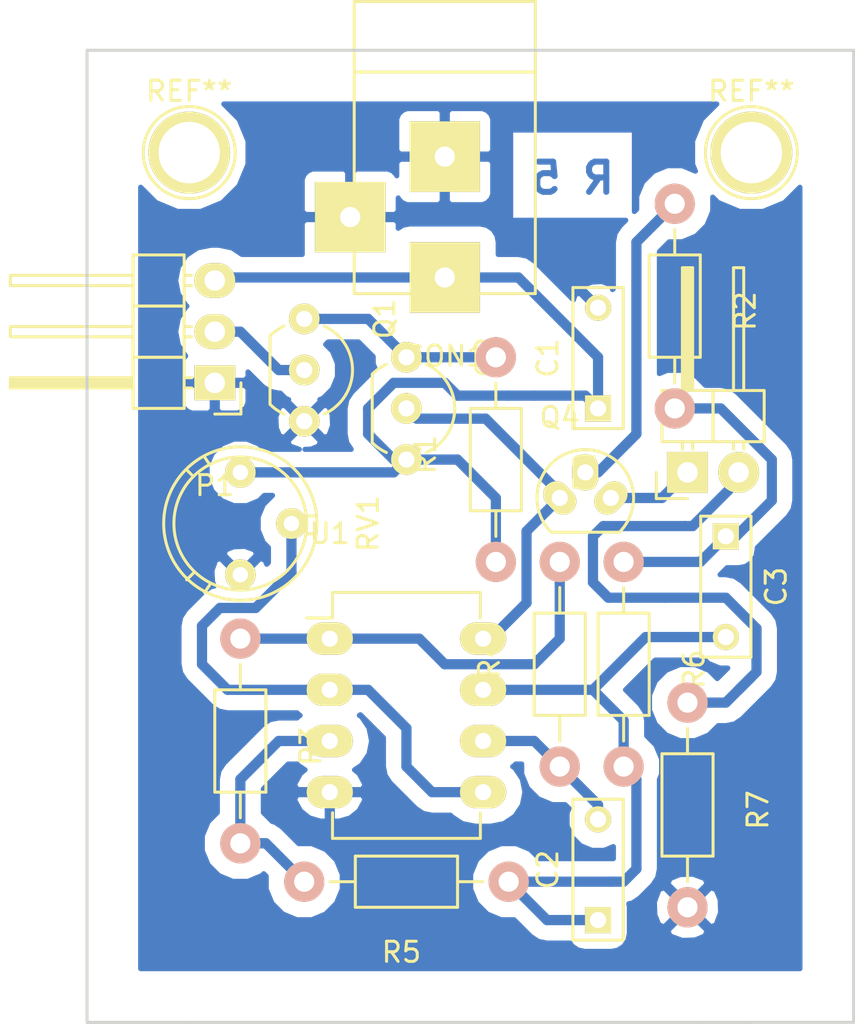
<source format=kicad_pcb>
(kicad_pcb (version 4) (host pcbnew "(2015-09-10 BZR 6180)-product")

  (general
    (links 34)
    (no_connects 0)
    (area -4.525001 -53.495621 38.175001 -2.464999)
    (thickness 1.6)
    (drawings 8)
    (tracks 110)
    (zones 0)
    (modules 20)
    (nets 15)
  )

  (page A4)
  (layers
    (0 F.Cu signal)
    (31 B.Cu signal)
    (32 B.Adhes user)
    (33 F.Adhes user)
    (34 B.Paste user)
    (35 F.Paste user)
    (36 B.SilkS user)
    (37 F.SilkS user)
    (38 B.Mask user)
    (39 F.Mask user)
    (40 Dwgs.User user)
    (41 Cmts.User user)
    (42 Eco1.User user)
    (43 Eco2.User user)
    (44 Edge.Cuts user)
    (45 Margin user)
    (46 B.CrtYd user)
    (47 F.CrtYd user)
    (48 B.Fab user)
    (49 F.Fab user)
  )

  (setup
    (last_trace_width 0.25)
    (user_trace_width 0.254)
    (user_trace_width 0.381)
    (user_trace_width 0.508)
    (trace_clearance 0.2)
    (zone_clearance 0.762)
    (zone_45_only yes)
    (trace_min 0.2)
    (segment_width 0.2)
    (edge_width 0.15)
    (via_size 0.6)
    (via_drill 0.4)
    (via_min_size 0.4)
    (via_min_drill 0.3)
    (uvia_size 0.3)
    (uvia_drill 0.1)
    (uvias_allowed no)
    (uvia_min_size 0)
    (uvia_min_drill 0)
    (pcb_text_width 0.3)
    (pcb_text_size 1.5 1.5)
    (mod_edge_width 0.15)
    (mod_text_size 1 1)
    (mod_text_width 0.15)
    (pad_size 3.50012 3.50012)
    (pad_drill 1.00076)
    (pad_to_mask_clearance 0.2)
    (aux_axis_origin 0 0)
    (visible_elements FFFFFF7F)
    (pcbplotparams
      (layerselection 0x01000_80000000)
      (usegerberextensions false)
      (excludeedgelayer true)
      (linewidth 0.100000)
      (plotframeref false)
      (viasonmask false)
      (mode 1)
      (useauxorigin false)
      (hpglpennumber 1)
      (hpglpenspeed 20)
      (hpglpendiameter 15)
      (hpglpenoverlay 2)
      (psnegative false)
      (psa4output false)
      (plotreference true)
      (plotvalue true)
      (plotinvisibletext false)
      (padsonsilk false)
      (subtractmaskfromsilk false)
      (outputformat 1)
      (mirror false)
      (drillshape 0)
      (scaleselection 1)
      (outputdirectory ""))
  )

  (net 0 "")
  (net 1 +5V)
  (net 2 GND)
  (net 3 "Net-(C2-Pad2)")
  (net 4 "Net-(C2-Pad1)")
  (net 5 "Net-(P1-Pad2)")
  (net 6 "Net-(P2-Pad1)")
  (net 7 "Net-(P2-Pad2)")
  (net 8 "Net-(Q1-Pad1)")
  (net 9 "Net-(Q2-Pad2)")
  (net 10 "Net-(R3-Pad1)")
  (net 11 "Net-(R3-Pad2)")
  (net 12 "Net-(RV1-Pad2)")
  (net 13 "Net-(Q4-Pad2)")
  (net 14 "Net-(C3-Pad1)")

  (net_class Default "This is the default net class."
    (clearance 0.2)
    (trace_width 0.25)
    (via_dia 0.6)
    (via_drill 0.4)
    (uvia_dia 0.3)
    (uvia_drill 0.1)
    (add_net +5V)
    (add_net GND)
    (add_net "Net-(C2-Pad1)")
    (add_net "Net-(C2-Pad2)")
    (add_net "Net-(C3-Pad1)")
    (add_net "Net-(P1-Pad2)")
    (add_net "Net-(P2-Pad1)")
    (add_net "Net-(P2-Pad2)")
    (add_net "Net-(Q1-Pad1)")
    (add_net "Net-(Q2-Pad2)")
    (add_net "Net-(Q4-Pad2)")
    (add_net "Net-(R3-Pad1)")
    (add_net "Net-(R3-Pad2)")
    (add_net "Net-(RV1-Pad2)")
  )

  (module Capacitors_ThroughHole:C_Rect_L7_W2.5_P5 (layer F.Cu) (tedit 0) (tstamp 5643AC04)
    (at 25.4 -33.02 90)
    (descr "Film Capacitor Length 7mm x Width 2.5mm, Pitch 5mm")
    (tags Capacitor)
    (path /5639866B)
    (fp_text reference C1 (at 2.5 -2.5 90) (layer F.SilkS)
      (effects (font (size 1 1) (thickness 0.15)))
    )
    (fp_text value .1u (at 2.5 2.5 90) (layer F.Fab)
      (effects (font (size 1 1) (thickness 0.15)))
    )
    (fp_line (start -1.25 -1.5) (end 6.25 -1.5) (layer F.CrtYd) (width 0.05))
    (fp_line (start 6.25 -1.5) (end 6.25 1.5) (layer F.CrtYd) (width 0.05))
    (fp_line (start 6.25 1.5) (end -1.25 1.5) (layer F.CrtYd) (width 0.05))
    (fp_line (start -1.25 1.5) (end -1.25 -1.5) (layer F.CrtYd) (width 0.05))
    (fp_line (start -1 -1.25) (end 6 -1.25) (layer F.SilkS) (width 0.15))
    (fp_line (start 6 -1.25) (end 6 1.25) (layer F.SilkS) (width 0.15))
    (fp_line (start 6 1.25) (end -1 1.25) (layer F.SilkS) (width 0.15))
    (fp_line (start -1 1.25) (end -1 -1.25) (layer F.SilkS) (width 0.15))
    (pad 1 thru_hole rect (at 0 0 90) (size 1.3 1.3) (drill 0.8) (layers *.Cu *.Mask F.SilkS)
      (net 1 +5V))
    (pad 2 thru_hole circle (at 5 0 90) (size 1.3 1.3) (drill 0.8) (layers *.Cu *.Mask F.SilkS)
      (net 2 GND))
  )

  (module Connect:BARREL_JACK (layer F.Cu) (tedit 5647E145) (tstamp 5643AC17)
    (at 17.78 -45.72 270)
    (descr "DC Barrel Jack")
    (tags "Power Jack")
    (path /563AAE1B)
    (fp_text reference CON1 (at 10.09904 0 360) (layer F.SilkS)
      (effects (font (size 1 1) (thickness 0.15)))
    )
    (fp_text value BARREL_JACK (at 0 -5.99948 270) (layer F.Fab)
      (effects (font (size 1 1) (thickness 0.15)))
    )
    (fp_line (start -4.0005 -4.50088) (end -4.0005 4.50088) (layer F.SilkS) (width 0.15))
    (fp_line (start -7.50062 -4.50088) (end -7.50062 4.50088) (layer F.SilkS) (width 0.15))
    (fp_line (start -7.50062 4.50088) (end 7.00024 4.50088) (layer F.SilkS) (width 0.15))
    (fp_line (start 7.00024 4.50088) (end 7.00024 -4.50088) (layer F.SilkS) (width 0.15))
    (fp_line (start 7.00024 -4.50088) (end -7.50062 -4.50088) (layer F.SilkS) (width 0.15))
    (pad 1 thru_hole rect (at 6.20014 0 270) (size 3.50012 3.50012) (drill 1.00076) (layers *.Cu *.Mask F.SilkS)
      (net 1 +5V))
    (pad 2 thru_hole rect (at 0.20066 0 270) (size 3.50012 3.50012) (drill 1.00076) (layers *.Cu *.Mask F.SilkS)
      (net 2 GND))
    (pad 3 thru_hole rect (at 3.2004 4.699 270) (size 3.50012 3.50012) (drill oval 1.00076) (layers *.Cu *.Mask F.SilkS)
      (net 2 GND))
  )

  (module Pin_Headers:Pin_Header_Angled_1x03 (layer F.Cu) (tedit 0) (tstamp 5643AC24)
    (at 6.35 -34.29 180)
    (descr "Through hole pin header")
    (tags "pin header")
    (path /563964C1)
    (fp_text reference P1 (at 0 -5.1 180) (layer F.SilkS)
      (effects (font (size 1 1) (thickness 0.15)))
    )
    (fp_text value CONN_01X03 (at 0 -3.1 180) (layer F.Fab)
      (effects (font (size 1 1) (thickness 0.15)))
    )
    (fp_line (start -1.5 -1.75) (end -1.5 6.85) (layer F.CrtYd) (width 0.05))
    (fp_line (start 10.65 -1.75) (end 10.65 6.85) (layer F.CrtYd) (width 0.05))
    (fp_line (start -1.5 -1.75) (end 10.65 -1.75) (layer F.CrtYd) (width 0.05))
    (fp_line (start -1.5 6.85) (end 10.65 6.85) (layer F.CrtYd) (width 0.05))
    (fp_line (start -1.3 -1.55) (end -1.3 0) (layer F.SilkS) (width 0.15))
    (fp_line (start 0 -1.55) (end -1.3 -1.55) (layer F.SilkS) (width 0.15))
    (fp_line (start 4.191 -0.127) (end 10.033 -0.127) (layer F.SilkS) (width 0.15))
    (fp_line (start 10.033 -0.127) (end 10.033 0.127) (layer F.SilkS) (width 0.15))
    (fp_line (start 10.033 0.127) (end 4.191 0.127) (layer F.SilkS) (width 0.15))
    (fp_line (start 4.191 0.127) (end 4.191 0) (layer F.SilkS) (width 0.15))
    (fp_line (start 4.191 0) (end 10.033 0) (layer F.SilkS) (width 0.15))
    (fp_line (start 1.524 -0.254) (end 1.143 -0.254) (layer F.SilkS) (width 0.15))
    (fp_line (start 1.524 0.254) (end 1.143 0.254) (layer F.SilkS) (width 0.15))
    (fp_line (start 1.524 2.286) (end 1.143 2.286) (layer F.SilkS) (width 0.15))
    (fp_line (start 1.524 2.794) (end 1.143 2.794) (layer F.SilkS) (width 0.15))
    (fp_line (start 1.524 4.826) (end 1.143 4.826) (layer F.SilkS) (width 0.15))
    (fp_line (start 1.524 5.334) (end 1.143 5.334) (layer F.SilkS) (width 0.15))
    (fp_line (start 4.064 1.27) (end 4.064 -1.27) (layer F.SilkS) (width 0.15))
    (fp_line (start 10.16 0.254) (end 4.064 0.254) (layer F.SilkS) (width 0.15))
    (fp_line (start 10.16 -0.254) (end 10.16 0.254) (layer F.SilkS) (width 0.15))
    (fp_line (start 4.064 -0.254) (end 10.16 -0.254) (layer F.SilkS) (width 0.15))
    (fp_line (start 1.524 1.27) (end 4.064 1.27) (layer F.SilkS) (width 0.15))
    (fp_line (start 1.524 -1.27) (end 1.524 1.27) (layer F.SilkS) (width 0.15))
    (fp_line (start 1.524 -1.27) (end 4.064 -1.27) (layer F.SilkS) (width 0.15))
    (fp_line (start 1.524 3.81) (end 4.064 3.81) (layer F.SilkS) (width 0.15))
    (fp_line (start 1.524 3.81) (end 1.524 6.35) (layer F.SilkS) (width 0.15))
    (fp_line (start 4.064 4.826) (end 10.16 4.826) (layer F.SilkS) (width 0.15))
    (fp_line (start 10.16 4.826) (end 10.16 5.334) (layer F.SilkS) (width 0.15))
    (fp_line (start 10.16 5.334) (end 4.064 5.334) (layer F.SilkS) (width 0.15))
    (fp_line (start 4.064 6.35) (end 4.064 3.81) (layer F.SilkS) (width 0.15))
    (fp_line (start 4.064 3.81) (end 4.064 1.27) (layer F.SilkS) (width 0.15))
    (fp_line (start 10.16 2.794) (end 4.064 2.794) (layer F.SilkS) (width 0.15))
    (fp_line (start 10.16 2.286) (end 10.16 2.794) (layer F.SilkS) (width 0.15))
    (fp_line (start 4.064 2.286) (end 10.16 2.286) (layer F.SilkS) (width 0.15))
    (fp_line (start 1.524 3.81) (end 4.064 3.81) (layer F.SilkS) (width 0.15))
    (fp_line (start 1.524 1.27) (end 1.524 3.81) (layer F.SilkS) (width 0.15))
    (fp_line (start 1.524 1.27) (end 4.064 1.27) (layer F.SilkS) (width 0.15))
    (fp_line (start 1.524 6.35) (end 4.064 6.35) (layer F.SilkS) (width 0.15))
    (pad 1 thru_hole rect (at 0 0 180) (size 2.032 1.7272) (drill 1.016) (layers *.Cu *.Mask F.SilkS)
      (net 2 GND))
    (pad 2 thru_hole oval (at 0 2.54 180) (size 2.032 1.7272) (drill 1.016) (layers *.Cu *.Mask F.SilkS)
      (net 5 "Net-(P1-Pad2)"))
    (pad 3 thru_hole oval (at 0 5.08 180) (size 2.032 1.7272) (drill 1.016) (layers *.Cu *.Mask F.SilkS)
      (net 1 +5V))
    (model Pin_Headers.3dshapes/Pin_Header_Angled_1x03.wrl
      (at (xyz 0 -0.1 0))
      (scale (xyz 1 1 1))
      (rotate (xyz 0 0 90))
    )
  )

  (module Pin_Headers:Pin_Header_Angled_1x02 (layer F.Cu) (tedit 0) (tstamp 5643AC2A)
    (at 29.845 -29.845 90)
    (descr "Through hole pin header")
    (tags "pin header")
    (path /56397E75)
    (fp_text reference P2 (at 0 -5.1 90) (layer F.SilkS)
      (effects (font (size 1 1) (thickness 0.15)))
    )
    (fp_text value LED (at 0 -3.1 90) (layer F.Fab)
      (effects (font (size 1 1) (thickness 0.15)))
    )
    (fp_line (start -1.5 -1.75) (end -1.5 4.3) (layer F.CrtYd) (width 0.05))
    (fp_line (start 10.65 -1.75) (end 10.65 4.3) (layer F.CrtYd) (width 0.05))
    (fp_line (start -1.5 -1.75) (end 10.65 -1.75) (layer F.CrtYd) (width 0.05))
    (fp_line (start -1.5 4.3) (end 10.65 4.3) (layer F.CrtYd) (width 0.05))
    (fp_line (start -1.3 -1.55) (end -1.3 0) (layer F.SilkS) (width 0.15))
    (fp_line (start 0 -1.55) (end -1.3 -1.55) (layer F.SilkS) (width 0.15))
    (fp_line (start 4.191 -0.127) (end 10.033 -0.127) (layer F.SilkS) (width 0.15))
    (fp_line (start 10.033 -0.127) (end 10.033 0.127) (layer F.SilkS) (width 0.15))
    (fp_line (start 10.033 0.127) (end 4.191 0.127) (layer F.SilkS) (width 0.15))
    (fp_line (start 4.191 0.127) (end 4.191 0) (layer F.SilkS) (width 0.15))
    (fp_line (start 4.191 0) (end 10.033 0) (layer F.SilkS) (width 0.15))
    (fp_line (start 1.524 -0.254) (end 1.143 -0.254) (layer F.SilkS) (width 0.15))
    (fp_line (start 1.524 0.254) (end 1.143 0.254) (layer F.SilkS) (width 0.15))
    (fp_line (start 1.524 2.286) (end 1.143 2.286) (layer F.SilkS) (width 0.15))
    (fp_line (start 1.524 2.794) (end 1.143 2.794) (layer F.SilkS) (width 0.15))
    (fp_line (start 1.524 -1.27) (end 4.064 -1.27) (layer F.SilkS) (width 0.15))
    (fp_line (start 1.524 1.27) (end 4.064 1.27) (layer F.SilkS) (width 0.15))
    (fp_line (start 1.524 1.27) (end 1.524 3.81) (layer F.SilkS) (width 0.15))
    (fp_line (start 1.524 3.81) (end 4.064 3.81) (layer F.SilkS) (width 0.15))
    (fp_line (start 4.064 2.286) (end 10.16 2.286) (layer F.SilkS) (width 0.15))
    (fp_line (start 10.16 2.286) (end 10.16 2.794) (layer F.SilkS) (width 0.15))
    (fp_line (start 10.16 2.794) (end 4.064 2.794) (layer F.SilkS) (width 0.15))
    (fp_line (start 4.064 3.81) (end 4.064 1.27) (layer F.SilkS) (width 0.15))
    (fp_line (start 4.064 1.27) (end 4.064 -1.27) (layer F.SilkS) (width 0.15))
    (fp_line (start 10.16 0.254) (end 4.064 0.254) (layer F.SilkS) (width 0.15))
    (fp_line (start 10.16 -0.254) (end 10.16 0.254) (layer F.SilkS) (width 0.15))
    (fp_line (start 4.064 -0.254) (end 10.16 -0.254) (layer F.SilkS) (width 0.15))
    (fp_line (start 1.524 1.27) (end 4.064 1.27) (layer F.SilkS) (width 0.15))
    (fp_line (start 1.524 -1.27) (end 1.524 1.27) (layer F.SilkS) (width 0.15))
    (pad 1 thru_hole rect (at 0 0 90) (size 2.032 2.032) (drill 1.016) (layers *.Cu *.Mask F.SilkS)
      (net 6 "Net-(P2-Pad1)"))
    (pad 2 thru_hole oval (at 0 2.54 90) (size 2.032 2.032) (drill 1.016) (layers *.Cu *.Mask F.SilkS)
      (net 7 "Net-(P2-Pad2)"))
    (model Pin_Headers.3dshapes/Pin_Header_Angled_1x02.wrl
      (at (xyz 0 -0.05 0))
      (scale (xyz 1 1 1))
      (rotate (xyz 0 0 90))
    )
  )

  (module Housings_TO-92:TO-92_Molded_Narrow_Oval (layer F.Cu) (tedit 54F24320) (tstamp 5643AC46)
    (at 23.495 -28.575)
    (descr "TO-92 leads molded, narrow, oval pads, drill 0.8mm (see NXP sot054_po.pdf)")
    (tags "to-92 sc-43 sc-43a sot54 PA33 transistor")
    (path /5643DBCB)
    (fp_text reference Q4 (at 0 -4) (layer F.SilkS)
      (effects (font (size 1 1) (thickness 0.15)))
    )
    (fp_text value BC547 (at 0 3 180) (layer F.Fab)
      (effects (font (size 1 1) (thickness 0.15)))
    )
    (fp_line (start -1.4 1.95) (end -1.4 -2.65) (layer F.CrtYd) (width 0.05))
    (fp_line (start -1.4 1.95) (end 3.95 1.95) (layer F.CrtYd) (width 0.05))
    (fp_line (start -0.43 1.7) (end 2.97 1.7) (layer F.SilkS) (width 0.15))
    (fp_arc (start 1.27 0) (end 1.27 -2.4) (angle -135) (layer F.SilkS) (width 0.15))
    (fp_arc (start 1.27 0) (end 1.27 -2.4) (angle 135) (layer F.SilkS) (width 0.15))
    (fp_line (start -1.4 -2.65) (end 3.95 -2.65) (layer F.CrtYd) (width 0.05))
    (fp_line (start 3.95 1.95) (end 3.95 -2.65) (layer F.CrtYd) (width 0.05))
    (pad 2 thru_hole oval (at 1.27 -1.27 90) (size 1.80086 1.30048) (drill 0.8) (layers *.Cu *.Mask F.SilkS)
      (net 13 "Net-(Q4-Pad2)"))
    (pad 1 thru_hole oval (at 0 0 45) (size 1.30048 1.80086) (drill 0.8) (layers *.Cu *.Mask F.SilkS)
      (net 9 "Net-(Q2-Pad2)"))
    (pad 3 thru_hole oval (at 2.54 0 45) (size 1.80086 1.30048) (drill 0.8) (layers *.Cu *.Mask F.SilkS)
      (net 6 "Net-(P2-Pad1)"))
    (model Housings_TO-92.3dshapes/TO-92_Molded_Narrow_Oval.wrl
      (at (xyz 0.05 0 0))
      (scale (xyz 1 1 1))
      (rotate (xyz 0 0 -90))
    )
  )

  (module Resistors_ThroughHole:Resistor_Horizontal_RM10mm (layer F.Cu) (tedit 53F56209) (tstamp 5643AC4C)
    (at 20.32 -30.48 90)
    (descr "Resistor, Axial,  RM 10mm, 1/3W,")
    (tags "Resistor, Axial, RM 10mm, 1/3W,")
    (path /56396650)
    (fp_text reference R1 (at 0.24892 -3.50012 90) (layer F.SilkS)
      (effects (font (size 1 1) (thickness 0.15)))
    )
    (fp_text value 10k (at 3.81 3.81 90) (layer F.Fab)
      (effects (font (size 1 1) (thickness 0.15)))
    )
    (fp_line (start -2.54 -1.27) (end 2.54 -1.27) (layer F.SilkS) (width 0.15))
    (fp_line (start 2.54 -1.27) (end 2.54 1.27) (layer F.SilkS) (width 0.15))
    (fp_line (start 2.54 1.27) (end -2.54 1.27) (layer F.SilkS) (width 0.15))
    (fp_line (start -2.54 1.27) (end -2.54 -1.27) (layer F.SilkS) (width 0.15))
    (fp_line (start -2.54 0) (end -3.81 0) (layer F.SilkS) (width 0.15))
    (fp_line (start 2.54 0) (end 3.81 0) (layer F.SilkS) (width 0.15))
    (pad 1 thru_hole circle (at -5.08 0 90) (size 1.99898 1.99898) (drill 1.00076) (layers *.Cu *.SilkS *.Mask)
      (net 1 +5V))
    (pad 2 thru_hole circle (at 5.08 0 90) (size 1.99898 1.99898) (drill 1.00076) (layers *.Cu *.SilkS *.Mask)
      (net 8 "Net-(Q1-Pad1)"))
    (model Resistors_ThroughHole.3dshapes/Resistor_Horizontal_RM10mm.wrl
      (at (xyz 0 0 0))
      (scale (xyz 0.4 0.4 0.4))
      (rotate (xyz 0 0 0))
    )
  )

  (module Resistors_ThroughHole:Resistor_Horizontal_RM10mm (layer F.Cu) (tedit 53F56209) (tstamp 5643AC58)
    (at 7.62 -16.51 270)
    (descr "Resistor, Axial,  RM 10mm, 1/3W,")
    (tags "Resistor, Axial, RM 10mm, 1/3W,")
    (path /5643B780)
    (fp_text reference R3 (at 0.24892 -3.50012 270) (layer F.SilkS)
      (effects (font (size 1 1) (thickness 0.15)))
    )
    (fp_text value 100k (at 3.81 3.81 270) (layer F.Fab)
      (effects (font (size 1 1) (thickness 0.15)))
    )
    (fp_line (start -2.54 -1.27) (end 2.54 -1.27) (layer F.SilkS) (width 0.15))
    (fp_line (start 2.54 -1.27) (end 2.54 1.27) (layer F.SilkS) (width 0.15))
    (fp_line (start 2.54 1.27) (end -2.54 1.27) (layer F.SilkS) (width 0.15))
    (fp_line (start -2.54 1.27) (end -2.54 -1.27) (layer F.SilkS) (width 0.15))
    (fp_line (start -2.54 0) (end -3.81 0) (layer F.SilkS) (width 0.15))
    (fp_line (start 2.54 0) (end 3.81 0) (layer F.SilkS) (width 0.15))
    (pad 1 thru_hole circle (at -5.08 0 270) (size 1.99898 1.99898) (drill 1.00076) (layers *.Cu *.SilkS *.Mask)
      (net 10 "Net-(R3-Pad1)"))
    (pad 2 thru_hole circle (at 5.08 0 270) (size 1.99898 1.99898) (drill 1.00076) (layers *.Cu *.SilkS *.Mask)
      (net 11 "Net-(R3-Pad2)"))
    (model Resistors_ThroughHole.3dshapes/Resistor_Horizontal_RM10mm.wrl
      (at (xyz 0 0 0))
      (scale (xyz 0.4 0.4 0.4))
      (rotate (xyz 0 0 0))
    )
  )

  (module Resistors_ThroughHole:Resistor_Horizontal_RM10mm (layer F.Cu) (tedit 53F56209) (tstamp 5643AC5E)
    (at 23.495 -20.32 90)
    (descr "Resistor, Axial,  RM 10mm, 1/3W,")
    (tags "Resistor, Axial, RM 10mm, 1/3W,")
    (path /5643B85C)
    (fp_text reference R4 (at 0.24892 -3.50012 90) (layer F.SilkS)
      (effects (font (size 1 1) (thickness 0.15)))
    )
    (fp_text value 470K (at 3.81 3.81 90) (layer F.Fab)
      (effects (font (size 1 1) (thickness 0.15)))
    )
    (fp_line (start -2.54 -1.27) (end 2.54 -1.27) (layer F.SilkS) (width 0.15))
    (fp_line (start 2.54 -1.27) (end 2.54 1.27) (layer F.SilkS) (width 0.15))
    (fp_line (start 2.54 1.27) (end -2.54 1.27) (layer F.SilkS) (width 0.15))
    (fp_line (start -2.54 1.27) (end -2.54 -1.27) (layer F.SilkS) (width 0.15))
    (fp_line (start -2.54 0) (end -3.81 0) (layer F.SilkS) (width 0.15))
    (fp_line (start 2.54 0) (end 3.81 0) (layer F.SilkS) (width 0.15))
    (pad 1 thru_hole circle (at -5.08 0 90) (size 1.99898 1.99898) (drill 1.00076) (layers *.Cu *.SilkS *.Mask)
      (net 3 "Net-(C2-Pad2)"))
    (pad 2 thru_hole circle (at 5.08 0 90) (size 1.99898 1.99898) (drill 1.00076) (layers *.Cu *.SilkS *.Mask)
      (net 10 "Net-(R3-Pad1)"))
    (model Resistors_ThroughHole.3dshapes/Resistor_Horizontal_RM10mm.wrl
      (at (xyz 0 0 0))
      (scale (xyz 0.4 0.4 0.4))
      (rotate (xyz 0 0 0))
    )
  )

  (module Resistors_ThroughHole:Resistor_Horizontal_RM10mm (layer F.Cu) (tedit 53F56209) (tstamp 5643AC64)
    (at 15.875 -9.525 180)
    (descr "Resistor, Axial,  RM 10mm, 1/3W,")
    (tags "Resistor, Axial, RM 10mm, 1/3W,")
    (path /5643BDBE)
    (fp_text reference R5 (at 0.24892 -3.50012 180) (layer F.SilkS)
      (effects (font (size 1 1) (thickness 0.15)))
    )
    (fp_text value 47k (at 3.81 3.81 180) (layer F.Fab)
      (effects (font (size 1 1) (thickness 0.15)))
    )
    (fp_line (start -2.54 -1.27) (end 2.54 -1.27) (layer F.SilkS) (width 0.15))
    (fp_line (start 2.54 -1.27) (end 2.54 1.27) (layer F.SilkS) (width 0.15))
    (fp_line (start 2.54 1.27) (end -2.54 1.27) (layer F.SilkS) (width 0.15))
    (fp_line (start -2.54 1.27) (end -2.54 -1.27) (layer F.SilkS) (width 0.15))
    (fp_line (start -2.54 0) (end -3.81 0) (layer F.SilkS) (width 0.15))
    (fp_line (start 2.54 0) (end 3.81 0) (layer F.SilkS) (width 0.15))
    (pad 1 thru_hole circle (at -5.08 0 180) (size 1.99898 1.99898) (drill 1.00076) (layers *.Cu *.SilkS *.Mask)
      (net 4 "Net-(C2-Pad1)"))
    (pad 2 thru_hole circle (at 5.08 0 180) (size 1.99898 1.99898) (drill 1.00076) (layers *.Cu *.SilkS *.Mask)
      (net 11 "Net-(R3-Pad2)"))
    (model Resistors_ThroughHole.3dshapes/Resistor_Horizontal_RM10mm.wrl
      (at (xyz 0 0 0))
      (scale (xyz 0.4 0.4 0.4))
      (rotate (xyz 0 0 0))
    )
  )

  (module Resistors_ThroughHole:Resistor_Horizontal_RM10mm (layer F.Cu) (tedit 53F56209) (tstamp 5643AC6A)
    (at 26.67 -20.32 270)
    (descr "Resistor, Axial,  RM 10mm, 1/3W,")
    (tags "Resistor, Axial, RM 10mm, 1/3W,")
    (path /5643CB99)
    (fp_text reference R6 (at 0.24892 -3.50012 270) (layer F.SilkS)
      (effects (font (size 1 1) (thickness 0.15)))
    )
    (fp_text value 22k (at 3.81 3.81 270) (layer F.Fab)
      (effects (font (size 1 1) (thickness 0.15)))
    )
    (fp_line (start -2.54 -1.27) (end 2.54 -1.27) (layer F.SilkS) (width 0.15))
    (fp_line (start 2.54 -1.27) (end 2.54 1.27) (layer F.SilkS) (width 0.15))
    (fp_line (start 2.54 1.27) (end -2.54 1.27) (layer F.SilkS) (width 0.15))
    (fp_line (start -2.54 1.27) (end -2.54 -1.27) (layer F.SilkS) (width 0.15))
    (fp_line (start -2.54 0) (end -3.81 0) (layer F.SilkS) (width 0.15))
    (fp_line (start 2.54 0) (end 3.81 0) (layer F.SilkS) (width 0.15))
    (pad 1 thru_hole circle (at -5.08 0 270) (size 1.99898 1.99898) (drill 1.00076) (layers *.Cu *.SilkS *.Mask)
      (net 14 "Net-(C3-Pad1)"))
    (pad 2 thru_hole circle (at 5.08 0 270) (size 1.99898 1.99898) (drill 1.00076) (layers *.Cu *.SilkS *.Mask)
      (net 4 "Net-(C2-Pad1)"))
    (model Resistors_ThroughHole.3dshapes/Resistor_Horizontal_RM10mm.wrl
      (at (xyz 0 0 0))
      (scale (xyz 0.4 0.4 0.4))
      (rotate (xyz 0 0 0))
    )
  )

  (module Resistors_ThroughHole:Resistor_Horizontal_RM10mm (layer F.Cu) (tedit 53F56209) (tstamp 5643AC70)
    (at 29.845 -13.335 270)
    (descr "Resistor, Axial,  RM 10mm, 1/3W,")
    (tags "Resistor, Axial, RM 10mm, 1/3W,")
    (path /5643C317)
    (fp_text reference R7 (at 0.24892 -3.50012 270) (layer F.SilkS)
      (effects (font (size 1 1) (thickness 0.15)))
    )
    (fp_text value 220R (at 3.81 3.81 270) (layer F.Fab)
      (effects (font (size 1 1) (thickness 0.15)))
    )
    (fp_line (start -2.54 -1.27) (end 2.54 -1.27) (layer F.SilkS) (width 0.15))
    (fp_line (start 2.54 -1.27) (end 2.54 1.27) (layer F.SilkS) (width 0.15))
    (fp_line (start 2.54 1.27) (end -2.54 1.27) (layer F.SilkS) (width 0.15))
    (fp_line (start -2.54 1.27) (end -2.54 -1.27) (layer F.SilkS) (width 0.15))
    (fp_line (start -2.54 0) (end -3.81 0) (layer F.SilkS) (width 0.15))
    (fp_line (start 2.54 0) (end 3.81 0) (layer F.SilkS) (width 0.15))
    (pad 1 thru_hole circle (at -5.08 0 270) (size 1.99898 1.99898) (drill 1.00076) (layers *.Cu *.SilkS *.Mask)
      (net 7 "Net-(P2-Pad2)"))
    (pad 2 thru_hole circle (at 5.08 0 270) (size 1.99898 1.99898) (drill 1.00076) (layers *.Cu *.SilkS *.Mask)
      (net 2 GND))
    (model Resistors_ThroughHole.3dshapes/Resistor_Horizontal_RM10mm.wrl
      (at (xyz 0 0 0))
      (scale (xyz 0.4 0.4 0.4))
      (rotate (xyz 0 0 0))
    )
  )

  (module Potentiometers:Potentiometer_Bourns_3339P_Angular_ScrewUp (layer F.Cu) (tedit 5414530F) (tstamp 5643AC77)
    (at 7.62 -29.845 270)
    (descr "5/16, Round, Trimming, Potentiometer, Bourns, 3339")
    (tags "5/16, Round, Trimming, Potentiometer, Bourns, 3339")
    (path /5643B9DA)
    (fp_text reference RV1 (at 2.54 -6.35 270) (layer F.SilkS)
      (effects (font (size 1 1) (thickness 0.15)))
    )
    (fp_text value POT (at 2.54 6.35 270) (layer F.Fab)
      (effects (font (size 1 1) (thickness 0.15)))
    )
    (fp_line (start 5.334 2.667) (end 4.953 2.286) (layer F.SilkS) (width 0.15))
    (fp_line (start 5.969 1.778) (end 5.588 1.524) (layer F.SilkS) (width 0.15))
    (fp_line (start -0.762 1.778) (end -0.381 1.524) (layer F.SilkS) (width 0.15))
    (fp_line (start -0.127 2.667) (end 0.127 2.413) (layer F.SilkS) (width 0.15))
    (fp_line (start 3.048 -3.302) (end 3.048 -3.683) (layer F.SilkS) (width 0.15))
    (fp_line (start 2.159 -3.302) (end 2.159 -3.683) (layer F.SilkS) (width 0.15))
    (fp_circle (center 2.54 0) (end 5.842 0) (layer F.SilkS) (width 0.15))
    (fp_circle (center 2.54 0) (end 6.35 0) (layer F.SilkS) (width 0.15))
    (pad 2 thru_hole circle (at 2.54 -2.54 270) (size 1.524 1.524) (drill 0.762) (layers *.Cu *.Mask F.SilkS)
      (net 12 "Net-(RV1-Pad2)"))
    (pad 1 thru_hole circle (at 0 0 270) (size 1.524 1.524) (drill 0.762) (layers *.Cu *.Mask F.SilkS)
      (net 1 +5V))
    (pad 3 thru_hole circle (at 5.08 0 270) (size 1.524 1.524) (drill 0.762) (layers *.Cu *.Mask F.SilkS)
      (net 2 GND))
    (model Potentiometers.3dshapes/Potentiometer_Bourns_3339P_Angular_ScrewUp.wrl
      (at (xyz 0 0 0))
      (scale (xyz 1 1 1))
      (rotate (xyz 0 0 0))
    )
  )

  (module Housings_DIP:DIP-8_W7.62mm_LongPads (layer F.Cu) (tedit 54130A77) (tstamp 5643AC83)
    (at 12.065 -21.59)
    (descr "8-lead dip package, row spacing 7.62 mm (300 mils), longer pads")
    (tags "dil dip 2.54 300")
    (path /5643AFC7)
    (fp_text reference U1 (at 0 -5.22) (layer F.SilkS)
      (effects (font (size 1 1) (thickness 0.15)))
    )
    (fp_text value OP275 (at 0 -3.72) (layer F.Fab)
      (effects (font (size 1 1) (thickness 0.15)))
    )
    (fp_line (start -1.4 -2.45) (end -1.4 10.1) (layer F.CrtYd) (width 0.05))
    (fp_line (start 9 -2.45) (end 9 10.1) (layer F.CrtYd) (width 0.05))
    (fp_line (start -1.4 -2.45) (end 9 -2.45) (layer F.CrtYd) (width 0.05))
    (fp_line (start -1.4 10.1) (end 9 10.1) (layer F.CrtYd) (width 0.05))
    (fp_line (start 0.135 -2.295) (end 0.135 -1.025) (layer F.SilkS) (width 0.15))
    (fp_line (start 7.485 -2.295) (end 7.485 -1.025) (layer F.SilkS) (width 0.15))
    (fp_line (start 7.485 9.915) (end 7.485 8.645) (layer F.SilkS) (width 0.15))
    (fp_line (start 0.135 9.915) (end 0.135 8.645) (layer F.SilkS) (width 0.15))
    (fp_line (start 0.135 -2.295) (end 7.485 -2.295) (layer F.SilkS) (width 0.15))
    (fp_line (start 0.135 9.915) (end 7.485 9.915) (layer F.SilkS) (width 0.15))
    (fp_line (start 0.135 -1.025) (end -1.15 -1.025) (layer F.SilkS) (width 0.15))
    (pad 1 thru_hole oval (at 0 0) (size 2.3 1.6) (drill 0.8) (layers *.Cu *.Mask F.SilkS)
      (net 10 "Net-(R3-Pad1)"))
    (pad 2 thru_hole oval (at 0 2.54) (size 2.3 1.6) (drill 0.8) (layers *.Cu *.Mask F.SilkS)
      (net 12 "Net-(RV1-Pad2)"))
    (pad 3 thru_hole oval (at 0 5.08) (size 2.3 1.6) (drill 0.8) (layers *.Cu *.Mask F.SilkS)
      (net 11 "Net-(R3-Pad2)"))
    (pad 4 thru_hole oval (at 0 7.62) (size 2.3 1.6) (drill 0.8) (layers *.Cu *.Mask F.SilkS)
      (net 2 GND))
    (pad 5 thru_hole oval (at 7.62 7.62) (size 2.3 1.6) (drill 0.8) (layers *.Cu *.Mask F.SilkS)
      (net 12 "Net-(RV1-Pad2)"))
    (pad 6 thru_hole oval (at 7.62 5.08) (size 2.3 1.6) (drill 0.8) (layers *.Cu *.Mask F.SilkS)
      (net 3 "Net-(C2-Pad2)"))
    (pad 7 thru_hole oval (at 7.62 2.54) (size 2.3 1.6) (drill 0.8) (layers *.Cu *.Mask F.SilkS)
      (net 4 "Net-(C2-Pad1)"))
    (pad 8 thru_hole oval (at 7.62 0) (size 2.3 1.6) (drill 0.8) (layers *.Cu *.Mask F.SilkS)
      (net 9 "Net-(Q2-Pad2)"))
    (model Housings_DIP.3dshapes/DIP-8_W7.62mm_LongPads.wrl
      (at (xyz 0 0 0))
      (scale (xyz 1 1 1))
      (rotate (xyz 0 0 0))
    )
  )

  (module Housings_TO-92:TO-92_Inline_Wide (layer F.Cu) (tedit 54F242B4) (tstamp 5643B0B2)
    (at 15.875 -35.56 270)
    (descr "TO-92 leads in-line, wide, drill 0.8mm (see NXP sot054_po.pdf)")
    (tags "to-92 sc-43 sc-43a sot54 PA33 transistor")
    (path /563962C4)
    (fp_text reference Q2 (at 0 -4 450) (layer F.SilkS)
      (effects (font (size 1 1) (thickness 0.15)))
    )
    (fp_text value Q_PMOS_GDS (at 0 3 270) (layer F.Fab)
      (effects (font (size 1 1) (thickness 0.15)))
    )
    (fp_arc (start 2.54 0) (end 0.84 1.7) (angle 20.5) (layer F.SilkS) (width 0.15))
    (fp_arc (start 2.54 0) (end 4.24 1.7) (angle -20.5) (layer F.SilkS) (width 0.15))
    (fp_line (start -1 1.95) (end -1 -2.65) (layer F.CrtYd) (width 0.05))
    (fp_line (start -1 1.95) (end 6.1 1.95) (layer F.CrtYd) (width 0.05))
    (fp_line (start 0.84 1.7) (end 4.24 1.7) (layer F.SilkS) (width 0.15))
    (fp_arc (start 2.54 0) (end 2.54 -2.4) (angle -65.55604127) (layer F.SilkS) (width 0.15))
    (fp_arc (start 2.54 0) (end 2.54 -2.4) (angle 65.55604127) (layer F.SilkS) (width 0.15))
    (fp_line (start -1 -2.65) (end 6.1 -2.65) (layer F.CrtYd) (width 0.05))
    (fp_line (start 6.1 1.95) (end 6.1 -2.65) (layer F.CrtYd) (width 0.05))
    (pad 2 thru_hole circle (at 2.54 0) (size 1.524 1.524) (drill 0.8) (layers *.Cu *.Mask F.SilkS)
      (net 9 "Net-(Q2-Pad2)"))
    (pad 3 thru_hole circle (at 5.08 0) (size 1.524 1.524) (drill 0.8) (layers *.Cu *.Mask F.SilkS)
      (net 1 +5V))
    (pad 1 thru_hole circle (at 0 0) (size 1.524 1.524) (drill 0.8) (layers *.Cu *.Mask F.SilkS)
      (net 8 "Net-(Q1-Pad1)"))
    (model Housings_TO-92.3dshapes/TO-92_Inline_Wide.wrl
      (at (xyz 0.1 0 0))
      (scale (xyz 1 1 1))
      (rotate (xyz 0 0 -90))
    )
  )

  (module Resistors_ThroughHole:Resistor_Horizontal_RM10mm (layer F.Cu) (tedit 53F56209) (tstamp 564401DA)
    (at 29.21 -38.1 270)
    (descr "Resistor, Axial,  RM 10mm, 1/3W,")
    (tags "Resistor, Axial, RM 10mm, 1/3W,")
    (path /56440929)
    (fp_text reference R2 (at 0.24892 -3.50012 270) (layer F.SilkS)
      (effects (font (size 1 1) (thickness 0.15)))
    )
    (fp_text value 22K (at 3.81 3.81 270) (layer F.Fab)
      (effects (font (size 1 1) (thickness 0.15)))
    )
    (fp_line (start -2.54 -1.27) (end 2.54 -1.27) (layer F.SilkS) (width 0.15))
    (fp_line (start 2.54 -1.27) (end 2.54 1.27) (layer F.SilkS) (width 0.15))
    (fp_line (start 2.54 1.27) (end -2.54 1.27) (layer F.SilkS) (width 0.15))
    (fp_line (start -2.54 1.27) (end -2.54 -1.27) (layer F.SilkS) (width 0.15))
    (fp_line (start -2.54 0) (end -3.81 0) (layer F.SilkS) (width 0.15))
    (fp_line (start 2.54 0) (end 3.81 0) (layer F.SilkS) (width 0.15))
    (pad 1 thru_hole circle (at -5.08 0 270) (size 1.99898 1.99898) (drill 1.00076) (layers *.Cu *.SilkS *.Mask)
      (net 13 "Net-(Q4-Pad2)"))
    (pad 2 thru_hole circle (at 5.08 0 270) (size 1.99898 1.99898) (drill 1.00076) (layers *.Cu *.SilkS *.Mask)
      (net 14 "Net-(C3-Pad1)"))
    (model Resistors_ThroughHole.3dshapes/Resistor_Horizontal_RM10mm.wrl
      (at (xyz 0 0 0))
      (scale (xyz 0.4 0.4 0.4))
      (rotate (xyz 0 0 0))
    )
  )

  (module Capacitors_ThroughHole:C_Rect_L7_W2.5_P5 (layer F.Cu) (tedit 0) (tstamp 564406DB)
    (at 25.4 -7.62 90)
    (descr "Film Capacitor Length 7mm x Width 2.5mm, Pitch 5mm")
    (tags Capacitor)
    (path /56440C4D)
    (fp_text reference C2 (at 2.5 -2.5 90) (layer F.SilkS)
      (effects (font (size 1 1) (thickness 0.15)))
    )
    (fp_text value u47 (at 2.5 2.5 90) (layer F.Fab)
      (effects (font (size 1 1) (thickness 0.15)))
    )
    (fp_line (start -1.25 -1.5) (end 6.25 -1.5) (layer F.CrtYd) (width 0.05))
    (fp_line (start 6.25 -1.5) (end 6.25 1.5) (layer F.CrtYd) (width 0.05))
    (fp_line (start 6.25 1.5) (end -1.25 1.5) (layer F.CrtYd) (width 0.05))
    (fp_line (start -1.25 1.5) (end -1.25 -1.5) (layer F.CrtYd) (width 0.05))
    (fp_line (start -1 -1.25) (end 6 -1.25) (layer F.SilkS) (width 0.15))
    (fp_line (start 6 -1.25) (end 6 1.25) (layer F.SilkS) (width 0.15))
    (fp_line (start 6 1.25) (end -1 1.25) (layer F.SilkS) (width 0.15))
    (fp_line (start -1 1.25) (end -1 -1.25) (layer F.SilkS) (width 0.15))
    (pad 1 thru_hole rect (at 0 0 90) (size 1.3 1.3) (drill 0.8) (layers *.Cu *.Mask F.SilkS)
      (net 4 "Net-(C2-Pad1)"))
    (pad 2 thru_hole circle (at 5 0 90) (size 1.3 1.3) (drill 0.8) (layers *.Cu *.Mask F.SilkS)
      (net 3 "Net-(C2-Pad2)"))
  )

  (module Capacitors_ThroughHole:C_Rect_L7_W2.5_P5 (layer F.Cu) (tedit 0) (tstamp 564407B8)
    (at 31.75 -26.67 270)
    (descr "Film Capacitor Length 7mm x Width 2.5mm, Pitch 5mm")
    (tags Capacitor)
    (path /56440E5D)
    (fp_text reference C3 (at 2.5 -2.5 270) (layer F.SilkS)
      (effects (font (size 1 1) (thickness 0.15)))
    )
    (fp_text value u47 (at 2.5 2.5 270) (layer F.Fab)
      (effects (font (size 1 1) (thickness 0.15)))
    )
    (fp_line (start -1.25 -1.5) (end 6.25 -1.5) (layer F.CrtYd) (width 0.05))
    (fp_line (start 6.25 -1.5) (end 6.25 1.5) (layer F.CrtYd) (width 0.05))
    (fp_line (start 6.25 1.5) (end -1.25 1.5) (layer F.CrtYd) (width 0.05))
    (fp_line (start -1.25 1.5) (end -1.25 -1.5) (layer F.CrtYd) (width 0.05))
    (fp_line (start -1 -1.25) (end 6 -1.25) (layer F.SilkS) (width 0.15))
    (fp_line (start 6 -1.25) (end 6 1.25) (layer F.SilkS) (width 0.15))
    (fp_line (start 6 1.25) (end -1 1.25) (layer F.SilkS) (width 0.15))
    (fp_line (start -1 1.25) (end -1 -1.25) (layer F.SilkS) (width 0.15))
    (pad 1 thru_hole rect (at 0 0 270) (size 1.3 1.3) (drill 0.8) (layers *.Cu *.Mask F.SilkS)
      (net 14 "Net-(C3-Pad1)"))
    (pad 2 thru_hole circle (at 5 0 270) (size 1.3 1.3) (drill 0.8) (layers *.Cu *.Mask F.SilkS)
      (net 4 "Net-(C2-Pad1)"))
  )

  (module Connect:1pin (layer F.Cu) (tedit 0) (tstamp 56440842)
    (at 5.08 -45.72)
    (descr "module 1 pin (ou trou mecanique de percage)")
    (tags DEV)
    (fp_text reference REF** (at 0 -3.048) (layer F.SilkS)
      (effects (font (size 1 1) (thickness 0.15)))
    )
    (fp_text value 1pin (at 0 2.794) (layer F.Fab)
      (effects (font (size 1 1) (thickness 0.15)))
    )
    (fp_circle (center 0 0) (end 0 -2.286) (layer F.SilkS) (width 0.15))
    (pad 1 thru_hole circle (at 0 0) (size 4.064 4.064) (drill 3.048) (layers *.Cu *.Mask F.SilkS))
  )

  (module Connect:1pin (layer F.Cu) (tedit 0) (tstamp 5644084B)
    (at 33.02 -45.72)
    (descr "module 1 pin (ou trou mecanique de percage)")
    (tags DEV)
    (fp_text reference REF** (at 0 -3.048) (layer F.SilkS)
      (effects (font (size 1 1) (thickness 0.15)))
    )
    (fp_text value 1pin (at 0 2.794) (layer F.Fab)
      (effects (font (size 1 1) (thickness 0.15)))
    )
    (fp_circle (center 0 0) (end 0 -2.286) (layer F.SilkS) (width 0.15))
    (pad 1 thru_hole circle (at 0 0) (size 4.064 4.064) (drill 3.048) (layers *.Cu *.Mask F.SilkS))
  )

  (module Housings_TO-92:TO-92_Inline_Wide (layer F.Cu) (tedit 54F242B4) (tstamp 56521C94)
    (at 10.795 -37.465 270)
    (descr "TO-92 leads in-line, wide, drill 0.8mm (see NXP sot054_po.pdf)")
    (tags "to-92 sc-43 sc-43a sot54 PA33 transistor")
    (path /56396162)
    (fp_text reference Q1 (at 0 -4 450) (layer F.SilkS)
      (effects (font (size 1 1) (thickness 0.15)))
    )
    (fp_text value BC547 (at 0 3 270) (layer F.Fab)
      (effects (font (size 1 1) (thickness 0.15)))
    )
    (fp_arc (start 2.54 0) (end 0.84 1.7) (angle 20.5) (layer F.SilkS) (width 0.15))
    (fp_arc (start 2.54 0) (end 4.24 1.7) (angle -20.5) (layer F.SilkS) (width 0.15))
    (fp_line (start -1 1.95) (end -1 -2.65) (layer F.CrtYd) (width 0.05))
    (fp_line (start -1 1.95) (end 6.1 1.95) (layer F.CrtYd) (width 0.05))
    (fp_line (start 0.84 1.7) (end 4.24 1.7) (layer F.SilkS) (width 0.15))
    (fp_arc (start 2.54 0) (end 2.54 -2.4) (angle -65.55604127) (layer F.SilkS) (width 0.15))
    (fp_arc (start 2.54 0) (end 2.54 -2.4) (angle 65.55604127) (layer F.SilkS) (width 0.15))
    (fp_line (start -1 -2.65) (end 6.1 -2.65) (layer F.CrtYd) (width 0.05))
    (fp_line (start 6.1 1.95) (end 6.1 -2.65) (layer F.CrtYd) (width 0.05))
    (pad 2 thru_hole circle (at 2.54 0) (size 1.524 1.524) (drill 0.8) (layers *.Cu *.Mask F.SilkS)
      (net 5 "Net-(P1-Pad2)"))
    (pad 3 thru_hole circle (at 5.08 0) (size 1.524 1.524) (drill 0.8) (layers *.Cu *.Mask F.SilkS)
      (net 2 GND))
    (pad 1 thru_hole circle (at 0 0) (size 1.524 1.524) (drill 0.8) (layers *.Cu *.Mask F.SilkS)
      (net 8 "Net-(Q1-Pad1)"))
    (model Housings_TO-92.3dshapes/TO-92_Inline_Wide.wrl
      (at (xyz 0.1 0 0))
      (scale (xyz 1 1 1))
      (rotate (xyz 0 0 -90))
    )
  )

  (gr_line (start 5.08 -2.54) (end 0 -2.54) (angle 90) (layer Edge.Cuts) (width 0.15))
  (gr_line (start 33.02 -2.54) (end 38.1 -2.54) (angle 90) (layer Edge.Cuts) (width 0.15))
  (gr_text "R 5" (at 24.13 -44.45) (layer B.Cu)
    (effects (font (size 1.5 1.5) (thickness 0.3)) (justify mirror))
  )
  (gr_line (start 33.02 -2.54) (end 30.48 -2.54) (angle 90) (layer Edge.Cuts) (width 0.15))
  (gr_line (start 5.08 -2.54) (end 30.48 -2.54) (angle 90) (layer Edge.Cuts) (width 0.15))
  (gr_line (start 38.1 -50.8) (end 0 -50.8) (angle 90) (layer Edge.Cuts) (width 0.15))
  (gr_line (start 38.1 -2.54) (end 38.1 -50.8) (angle 90) (layer Edge.Cuts) (width 0.15))
  (gr_line (start 0 -50.8) (end 0 -2.54) (angle 90) (layer Edge.Cuts) (width 0.15))

  (segment (start 7.62 -29.845) (end 15.24 -29.845) (width 0.508) (layer B.Cu) (net 1))
  (segment (start 15.24 -29.845) (end 15.875 -30.48) (width 0.508) (layer B.Cu) (net 1) (tstamp 5643B342))
  (segment (start 20.32 -25.4) (end 20.32 -28.575) (width 0.508) (layer B.Cu) (net 1))
  (segment (start 18.415 -30.48) (end 15.875 -30.48) (width 0.508) (layer B.Cu) (net 1) (tstamp 5643B210))
  (segment (start 20.32 -28.575) (end 18.415 -30.48) (width 0.508) (layer B.Cu) (net 1) (tstamp 5643B20C))
  (segment (start 15.875 -30.48) (end 15.24 -30.48) (width 0.508) (layer B.Cu) (net 1))
  (segment (start 15.24 -30.48) (end 13.97 -31.75) (width 0.508) (layer B.Cu) (net 1) (tstamp 5643B1FA))
  (segment (start 13.97 -31.75) (end 13.97 -33.02) (width 0.508) (layer B.Cu) (net 1) (tstamp 5643B1FB))
  (segment (start 13.97 -33.02) (end 15.24 -34.29) (width 0.508) (layer B.Cu) (net 1) (tstamp 5643B1FD))
  (segment (start 15.24 -34.29) (end 17.78 -34.29) (width 0.508) (layer B.Cu) (net 1) (tstamp 5643B1FF))
  (segment (start 17.78 -34.29) (end 18.415 -33.655) (width 0.508) (layer B.Cu) (net 1) (tstamp 5643B201))
  (segment (start 18.415 -33.655) (end 20.955 -33.655) (width 0.508) (layer B.Cu) (net 1) (tstamp 5643B202))
  (segment (start 20.955 -33.655) (end 22.225 -33.655) (width 0.508) (layer B.Cu) (net 1) (tstamp 5643B203))
  (segment (start 22.225 -33.655) (end 24.765 -33.655) (width 0.508) (layer B.Cu) (net 1) (tstamp 5643B205))
  (segment (start 24.765 -33.655) (end 25.4 -33.02) (width 0.508) (layer B.Cu) (net 1) (tstamp 5643B206))
  (segment (start 17.78 -39.51986) (end 6.49986 -39.51986) (width 0.508) (layer B.Cu) (net 1))
  (segment (start 6.49986 -39.51986) (end 6.35 -39.37) (width 0.508) (layer B.Cu) (net 1) (tstamp 5643B18D))
  (segment (start 25.4 -33.02) (end 25.4 -35.56) (width 0.508) (layer B.Cu) (net 1))
  (segment (start 21.44014 -39.51986) (end 17.78 -39.51986) (width 0.508) (layer B.Cu) (net 1) (tstamp 5643ADDF))
  (segment (start 25.4 -35.56) (end 21.44014 -39.51986) (width 0.508) (layer B.Cu) (net 1) (tstamp 5643ADDD))
  (segment (start 25.4 -12.62) (end 25.4 -13.335) (width 0.508) (layer B.Cu) (net 3))
  (segment (start 25.4 -13.335) (end 23.495 -15.24) (width 0.508) (layer B.Cu) (net 3) (tstamp 564406FC))
  (segment (start 23.495 -15.24) (end 23.495 -14.605) (width 0.508) (layer B.Cu) (net 3))
  (segment (start 19.685 -16.51) (end 22.225 -16.51) (width 0.508) (layer B.Cu) (net 3))
  (segment (start 22.225 -16.51) (end 23.495 -15.24) (width 0.508) (layer B.Cu) (net 3) (tstamp 5643B316))
  (segment (start 31.75 -21.67) (end 27.766 -21.67) (width 0.508) (layer B.Cu) (net 4))
  (segment (start 27.766 -21.67) (end 25.146 -19.05) (width 0.508) (layer B.Cu) (net 4) (tstamp 564407F0))
  (segment (start 25.4 -7.62) (end 22.86 -7.62) (width 0.508) (layer B.Cu) (net 4))
  (segment (start 22.86 -7.62) (end 20.955 -9.525) (width 0.508) (layer B.Cu) (net 4) (tstamp 564406FF))
  (segment (start 26.035 -9.525) (end 26.67 -9.525) (width 0.508) (layer B.Cu) (net 4))
  (segment (start 26.67 -9.525) (end 27.305 -10.16) (width 0.508) (layer B.Cu) (net 4) (tstamp 5643B357))
  (segment (start 20.955 -9.525) (end 26.035 -9.525) (width 0.508) (layer B.Cu) (net 4))
  (segment (start 26.67 -15.24) (end 26.67 -17.526) (width 0.508) (layer B.Cu) (net 4))
  (segment (start 26.67 -17.526) (end 25.146 -19.05) (width 0.508) (layer B.Cu) (net 4) (tstamp 5643B509))
  (segment (start 25.146 -19.05) (end 19.685 -19.05) (width 0.508) (layer B.Cu) (net 4) (tstamp 5643B502))
  (segment (start 27.305 -10.16) (end 27.305 -14.605) (width 0.508) (layer B.Cu) (net 4) (tstamp 5643B358))
  (segment (start 27.305 -14.605) (end 26.67 -15.24) (width 0.508) (layer B.Cu) (net 4) (tstamp 5643B359))
  (segment (start 26.67 -15.24) (end 26.67 -15.875) (width 0.508) (layer B.Cu) (net 4))
  (segment (start 10.795 -34.925) (end 9.525 -34.925) (width 0.508) (layer B.Cu) (net 5))
  (segment (start 7.62 -36.83) (end 6.35 -36.83) (width 0.508) (layer B.Cu) (net 5) (tstamp 56521CB9))
  (segment (start 9.525 -34.925) (end 7.62 -36.83) (width 0.508) (layer B.Cu) (net 5) (tstamp 56521CB8))
  (segment (start 26.035 -28.575) (end 28.575 -28.575) (width 0.508) (layer B.Cu) (net 6))
  (segment (start 28.575 -28.575) (end 29.845 -29.845) (width 0.508) (layer B.Cu) (net 6) (tstamp 5643B4D9))
  (segment (start 28.575 -28.575) (end 29.845 -29.845) (width 0.254) (layer B.Cu) (net 6) (tstamp 5643B1E7))
  (segment (start 32.385 -29.845) (end 32.385 -29.464) (width 0.508) (layer B.Cu) (net 7))
  (segment (start 32.385 -29.464) (end 30.099 -27.178) (width 0.508) (layer B.Cu) (net 7) (tstamp 5654A24E))
  (segment (start 30.099 -27.178) (end 29.718 -27.178) (width 0.508) (layer B.Cu) (net 7) (tstamp 5654A25B))
  (segment (start 32.385 -29.845) (end 32.385 -29.337) (width 0.508) (layer B.Cu) (net 7))
  (segment (start 29.845 -18.415) (end 31.75 -18.415) (width 0.508) (layer B.Cu) (net 7))
  (segment (start 33.02 -19.685) (end 32.385 -19.05) (width 0.508) (layer B.Cu) (net 7) (tstamp 5643B301))
  (segment (start 29.718 -27.178) (end 25.654 -27.178) (width 0.508) (layer B.Cu) (net 7) (tstamp 5654A244))
  (segment (start 25.654 -27.178) (end 25.146 -26.67) (width 0.508) (layer B.Cu) (net 7) (tstamp 56440225))
  (segment (start 25.146 -26.67) (end 25.146 -24.384) (width 0.508) (layer B.Cu) (net 7) (tstamp 56440228))
  (segment (start 25.146 -24.384) (end 25.908 -23.622) (width 0.508) (layer B.Cu) (net 7) (tstamp 56440229))
  (segment (start 25.908 -23.622) (end 28.702 -23.622) (width 0.508) (layer B.Cu) (net 7) (tstamp 5644022C))
  (segment (start 33.274 -22.098) (end 33.274 -19.939) (width 0.508) (layer B.Cu) (net 7) (tstamp 56440804))
  (segment (start 33.274 -19.939) (end 32.385 -19.05) (width 0.508) (layer B.Cu) (net 7) (tstamp 56440233))
  (segment (start 31.75 -23.622) (end 33.274 -22.098) (width 0.508) (layer B.Cu) (net 7) (tstamp 56440800))
  (segment (start 28.702 -23.622) (end 31.75 -23.622) (width 0.508) (layer B.Cu) (net 7))
  (segment (start 31.75 -18.415) (end 33.02 -19.685) (width 0.508) (layer B.Cu) (net 7) (tstamp 56440876))
  (segment (start 32.385 -29.845) (end 32.385 -29.083) (width 0.508) (layer B.Cu) (net 7))
  (segment (start 15.875 -35.56) (end 13.97 -37.465) (width 0.508) (layer B.Cu) (net 8))
  (segment (start 13.97 -37.465) (end 10.795 -37.465) (width 0.508) (layer B.Cu) (net 8) (tstamp 56521CAF))
  (segment (start 20.32 -35.56) (end 15.875 -35.56) (width 0.508) (layer B.Cu) (net 8))
  (segment (start 23.495 -28.575) (end 23.495 -28.829) (width 0.508) (layer B.Cu) (net 9))
  (segment (start 23.495 -28.829) (end 19.812 -32.512) (width 0.508) (layer B.Cu) (net 9) (tstamp 5643B4F3))
  (segment (start 19.812 -32.512) (end 16.383 -32.512) (width 0.508) (layer B.Cu) (net 9) (tstamp 5643B4F7))
  (segment (start 16.383 -32.512) (end 15.875 -33.02) (width 0.508) (layer B.Cu) (net 9) (tstamp 5643B4ED))
  (segment (start 19.685 -21.59) (end 20.066 -21.59) (width 0.508) (layer B.Cu) (net 9))
  (segment (start 20.066 -21.59) (end 21.844 -23.368) (width 0.508) (layer B.Cu) (net 9) (tstamp 5643B2F5))
  (segment (start 21.844 -23.368) (end 21.844 -26.924) (width 0.508) (layer B.Cu) (net 9) (tstamp 5643B2F6))
  (segment (start 21.844 -26.924) (end 23.495 -28.575) (width 0.508) (layer B.Cu) (net 9) (tstamp 5643B2F8))
  (segment (start 12.065 -21.59) (end 16.51 -21.59) (width 0.508) (layer B.Cu) (net 10))
  (segment (start 23.495 -21.59) (end 23.495 -25.4) (width 0.508) (layer B.Cu) (net 10) (tstamp 5643B351))
  (segment (start 22.225 -20.32) (end 23.495 -21.59) (width 0.508) (layer B.Cu) (net 10) (tstamp 5643B34F))
  (segment (start 17.78 -20.32) (end 22.225 -20.32) (width 0.508) (layer B.Cu) (net 10) (tstamp 5643B34D))
  (segment (start 16.51 -21.59) (end 17.78 -20.32) (width 0.508) (layer B.Cu) (net 10) (tstamp 5643B34B))
  (segment (start 7.62 -21.59) (end 12.065 -21.59) (width 0.508) (layer B.Cu) (net 10))
  (segment (start 10.795 -9.525) (end 8.89 -11.43) (width 0.508) (layer B.Cu) (net 11))
  (segment (start 8.89 -11.43) (end 7.62 -11.43) (width 0.508) (layer B.Cu) (net 11) (tstamp 5643B463))
  (segment (start 7.62 -11.43) (end 8.89 -11.43) (width 0.508) (layer B.Cu) (net 11))
  (segment (start 7.62 -11.43) (end 7.62 -14.605) (width 0.508) (layer B.Cu) (net 11))
  (segment (start 9.525 -16.51) (end 12.065 -16.51) (width 0.508) (layer B.Cu) (net 11) (tstamp 5643B29F))
  (segment (start 7.62 -14.605) (end 9.525 -16.51) (width 0.508) (layer B.Cu) (net 11) (tstamp 5643B29D))
  (segment (start 6.35 -22.86) (end 6.604 -23.114) (width 0.508) (layer B.Cu) (net 12))
  (segment (start 10.16 -24.892) (end 10.16 -24.765) (width 0.508) (layer B.Cu) (net 12) (tstamp 5643B4A1))
  (segment (start 8.382 -23.114) (end 10.16 -24.892) (width 0.508) (layer B.Cu) (net 12) (tstamp 5643B49F))
  (segment (start 6.604 -23.114) (end 8.382 -23.114) (width 0.508) (layer B.Cu) (net 12) (tstamp 5643B49B))
  (segment (start 10.16 -27.305) (end 10.16 -24.765) (width 0.508) (layer B.Cu) (net 12))
  (segment (start 6.985 -19.05) (end 12.065 -19.05) (width 0.508) (layer B.Cu) (net 12) (tstamp 5643B381))
  (segment (start 5.715 -20.32) (end 6.985 -19.05) (width 0.508) (layer B.Cu) (net 12) (tstamp 5643B37F))
  (segment (start 5.715 -22.225) (end 5.715 -20.32) (width 0.508) (layer B.Cu) (net 12) (tstamp 5643B37D))
  (segment (start 6.35 -22.86) (end 5.715 -22.225) (width 0.508) (layer B.Cu) (net 12) (tstamp 5643B499))
  (segment (start 12.065 -19.05) (end 13.97 -19.05) (width 0.508) (layer B.Cu) (net 12))
  (segment (start 17.145 -13.97) (end 19.685 -13.97) (width 0.508) (layer B.Cu) (net 12) (tstamp 5643B366))
  (segment (start 15.875 -15.24) (end 17.145 -13.97) (width 0.508) (layer B.Cu) (net 12) (tstamp 5643B364))
  (segment (start 15.875 -17.145) (end 15.875 -15.24) (width 0.508) (layer B.Cu) (net 12) (tstamp 5643B362))
  (segment (start 13.97 -19.05) (end 15.875 -17.145) (width 0.508) (layer B.Cu) (net 12) (tstamp 5643B35E))
  (segment (start 24.765 -29.845) (end 25.4 -29.845) (width 0.508) (layer B.Cu) (net 13))
  (segment (start 25.4 -29.845) (end 27.305 -31.75) (width 0.508) (layer B.Cu) (net 13) (tstamp 564401E4))
  (segment (start 27.305 -31.75) (end 27.305 -41.275) (width 0.508) (layer B.Cu) (net 13) (tstamp 564401E5))
  (segment (start 27.305 -41.275) (end 29.21 -43.18) (width 0.508) (layer B.Cu) (net 13) (tstamp 564401E7))
  (segment (start 31.75 -26.67) (end 32.258 -26.67) (width 0.508) (layer B.Cu) (net 14))
  (segment (start 32.258 -26.67) (end 34.036 -28.448) (width 0.508) (layer B.Cu) (net 14) (tstamp 564407E0))
  (segment (start 31.496 -33.02) (end 29.21 -33.02) (width 0.508) (layer B.Cu) (net 14) (tstamp 564407E5))
  (segment (start 34.036 -30.48) (end 31.496 -33.02) (width 0.508) (layer B.Cu) (net 14) (tstamp 564407E4))
  (segment (start 34.036 -28.448) (end 34.036 -30.48) (width 0.508) (layer B.Cu) (net 14) (tstamp 564407E3))
  (segment (start 26.67 -25.4) (end 30.48 -25.4) (width 0.508) (layer B.Cu) (net 14))
  (segment (start 30.48 -25.4) (end 31.75 -26.67) (width 0.508) (layer B.Cu) (net 14) (tstamp 564407DB))
  (segment (start 26.67 -25.4) (end 26.67 -26.035) (width 0.508) (layer B.Cu) (net 14))

  (zone (net 2) (net_name GND) (layer B.Cu) (tstamp 5643B408) (hatch edge 0.508)
    (connect_pads (clearance 0.762))
    (min_thickness 0.254)
    (fill yes (arc_segments 16) (thermal_gap 0.508) (thermal_bridge_width 0.508))
    (polygon
      (pts
        (xy 35.56 -5.08) (xy 2.54 -5.08) (xy 2.54 -48.26) (xy 35.56 -48.26) (xy 35.56 -5.08)
      )
    )
    (filled_polygon
      (pts
        (xy 30.54514 -47.376774) (xy 30.099508 -46.303572) (xy 30.098494 -45.141526) (xy 30.240958 -44.796736) (xy 29.587292 -45.068162)
        (xy 28.836004 -45.068817) (xy 28.141654 -44.781918) (xy 27.609949 -44.251141) (xy 27.321838 -43.557292) (xy 27.321272 -42.907718)
        (xy 27.204714 -42.79116) (xy 27.204714 -46.839) (xy 21.055286 -46.839) (xy 21.055286 -42.361) (xy 26.774554 -42.361)
        (xy 26.496777 -42.083223) (xy 26.249006 -41.712407) (xy 26.162 -41.275) (xy 26.162 -38.961608) (xy 26.11941 -38.919018)
        (xy 26.063729 -39.149611) (xy 25.580922 -39.317622) (xy 25.070572 -39.288083) (xy 24.736271 -39.149611) (xy 24.68059 -38.919016)
        (xy 25.4 -38.199605) (xy 25.414142 -38.213748) (xy 25.593748 -38.034142) (xy 25.579605 -38.02) (xy 25.593748 -38.005858)
        (xy 25.414142 -37.826252) (xy 25.4 -37.840395) (xy 25.385858 -37.826252) (xy 25.206252 -38.005858) (xy 25.220395 -38.02)
        (xy 24.500984 -38.73941) (xy 24.270389 -38.683729) (xy 24.172892 -38.403554) (xy 22.248363 -40.328083) (xy 21.877547 -40.575854)
        (xy 21.44014 -40.66286) (xy 20.436476 -40.66286) (xy 20.436476 -41.26992) (xy 20.374487 -41.599364) (xy 20.179786 -41.901937)
        (xy 19.882707 -42.104923) (xy 19.53006 -42.176336) (xy 16.02994 -42.176336) (xy 15.700496 -42.114347) (xy 15.46606 -41.963491)
        (xy 15.46606 -42.23385) (xy 15.30731 -42.3926) (xy 13.208 -42.3926) (xy 13.208 -42.3726) (xy 12.954 -42.3726)
        (xy 12.954 -42.3926) (xy 10.85469 -42.3926) (xy 10.69594 -42.23385) (xy 10.69594 -40.66286) (xy 7.6988 -40.66286)
        (xy 7.210412 -40.989191) (xy 6.539721 -41.1226) (xy 6.160279 -41.1226) (xy 5.489588 -40.989191) (xy 4.921004 -40.609275)
        (xy 4.541088 -40.040691) (xy 4.407679 -39.37) (xy 4.541088 -38.699309) (xy 4.921004 -38.130725) (xy 4.966987 -38.1)
        (xy 4.921004 -38.069275) (xy 4.541088 -37.500691) (xy 4.407679 -36.83) (xy 4.541088 -36.159309) (xy 4.901816 -35.619442)
        (xy 4.795673 -35.513299) (xy 4.699 -35.27991) (xy 4.699 -34.57575) (xy 4.85775 -34.417) (xy 6.223 -34.417)
        (xy 6.223 -34.437) (xy 6.477 -34.437) (xy 6.477 -34.417) (xy 7.84225 -34.417) (xy 8.001 -34.57575)
        (xy 8.001 -34.832554) (xy 8.716777 -34.116777) (xy 9.087593 -33.869006) (xy 9.525 -33.782) (xy 9.603175 -33.782)
        (xy 9.858563 -33.526166) (xy 10.021189 -33.458638) (xy 9.994392 -33.365213) (xy 10.795 -32.564605) (xy 11.595608 -33.365213)
        (xy 11.568886 -33.458378) (xy 11.728995 -33.524534) (xy 12.193834 -33.988563) (xy 12.445713 -34.595155) (xy 12.446286 -35.251963)
        (xy 12.195466 -35.858995) (xy 11.859868 -36.195179) (xy 11.98691 -36.322) (xy 13.496554 -36.322) (xy 14.224029 -35.594525)
        (xy 14.223714 -35.233037) (xy 14.323965 -34.990411) (xy 13.161777 -33.828223) (xy 12.914006 -33.457407) (xy 12.827 -33.02)
        (xy 12.827 -31.75) (xy 12.914006 -31.312593) (xy 13.130892 -30.988) (xy 10.829931 -30.988) (xy 11.142368 -31.003638)
        (xy 11.526143 -31.162603) (xy 11.595608 -31.404787) (xy 10.795 -32.205395) (xy 9.994392 -31.404787) (xy 10.063857 -31.162603)
        (xy 10.553263 -30.988) (xy 8.811825 -30.988) (xy 8.556437 -31.243834) (xy 7.949845 -31.495713) (xy 7.293037 -31.496286)
        (xy 6.686005 -31.245466) (xy 6.221166 -30.781437) (xy 5.969287 -30.174845) (xy 5.968714 -29.518037) (xy 6.219534 -28.911005)
        (xy 6.683563 -28.446166) (xy 7.290155 -28.194287) (xy 7.946963 -28.193714) (xy 8.553995 -28.444534) (xy 8.81191 -28.702)
        (xy 9.222533 -28.702) (xy 8.761166 -28.241437) (xy 8.509287 -27.634845) (xy 8.508714 -26.978037) (xy 8.759534 -26.371005)
        (xy 9.017 -26.11309) (xy 9.017 -25.365446) (xy 8.931817 -25.280263) (xy 8.842397 -25.496143) (xy 8.600213 -25.565608)
        (xy 7.799605 -24.765) (xy 7.813748 -24.750858) (xy 7.634143 -24.571253) (xy 7.62 -24.585395) (xy 7.605858 -24.571253)
        (xy 7.426253 -24.750858) (xy 7.440395 -24.765) (xy 6.639787 -25.565608) (xy 6.397603 -25.496143) (xy 6.210856 -24.972698)
        (xy 6.238638 -24.417632) (xy 6.327921 -24.202084) (xy 6.166593 -24.169994) (xy 5.795777 -23.922223) (xy 4.906777 -23.033223)
        (xy 4.659006 -22.662407) (xy 4.572 -22.225) (xy 4.572 -20.32) (xy 4.659006 -19.882593) (xy 4.906777 -19.511777)
        (xy 6.176777 -18.241777) (xy 6.547593 -17.994006) (xy 6.985 -17.907) (xy 10.446471 -17.907) (xy 10.480751 -17.855697)
        (xy 10.594039 -17.78) (xy 10.480751 -17.704303) (xy 10.446471 -17.653) (xy 9.525 -17.653) (xy 9.087593 -17.565994)
        (xy 8.716777 -17.318223) (xy 6.811777 -15.413223) (xy 6.564006 -15.042407) (xy 6.477 -14.605) (xy 6.477 -12.957394)
        (xy 6.019949 -12.501141) (xy 5.731838 -11.807292) (xy 5.731183 -11.056004) (xy 6.018082 -10.361654) (xy 6.548859 -9.829949)
        (xy 7.242708 -9.541838) (xy 7.993996 -9.541183) (xy 8.688346 -9.828082) (xy 8.781991 -9.921563) (xy 8.906746 -9.796808)
        (xy 8.906183 -9.151004) (xy 9.193082 -8.456654) (xy 9.723859 -7.924949) (xy 10.417708 -7.636838) (xy 11.168996 -7.636183)
        (xy 11.863346 -7.923082) (xy 12.395051 -8.453859) (xy 12.683162 -9.147708) (xy 12.683817 -9.898996) (xy 12.396918 -10.593346)
        (xy 11.866141 -11.125051) (xy 11.172292 -11.413162) (xy 10.522718 -11.413728) (xy 9.698223 -12.238223) (xy 9.327407 -12.485994)
        (xy 9.211167 -12.509116) (xy 8.763 -12.958066) (xy 8.763 -13.620961) (xy 10.323096 -13.620961) (xy 10.340633 -13.538181)
        (xy 10.6105 -13.045104) (xy 11.048517 -12.692834) (xy 11.588 -12.535) (xy 11.938 -12.535) (xy 11.938 -13.843)
        (xy 12.192 -13.843) (xy 12.192 -12.535) (xy 12.542 -12.535) (xy 13.081483 -12.692834) (xy 13.5195 -13.045104)
        (xy 13.789367 -13.538181) (xy 13.806904 -13.620961) (xy 13.684915 -13.843) (xy 12.192 -13.843) (xy 11.938 -13.843)
        (xy 10.445085 -13.843) (xy 10.323096 -13.620961) (xy 8.763 -13.620961) (xy 8.763 -14.131554) (xy 9.998446 -15.367)
        (xy 10.446471 -15.367) (xy 10.480751 -15.315697) (xy 10.837409 -15.077385) (xy 10.6105 -14.894896) (xy 10.340633 -14.401819)
        (xy 10.323096 -14.319039) (xy 10.445085 -14.097) (xy 11.938 -14.097) (xy 11.938 -14.117) (xy 12.192 -14.117)
        (xy 12.192 -14.097) (xy 13.684915 -14.097) (xy 13.806904 -14.319039) (xy 13.789367 -14.401819) (xy 13.5195 -14.894896)
        (xy 13.292591 -15.077385) (xy 13.649249 -15.315697) (xy 14.015379 -15.863648) (xy 14.143946 -16.51) (xy 14.015379 -17.156352)
        (xy 13.649249 -17.704303) (xy 13.535961 -17.78) (xy 13.588469 -17.815085) (xy 14.732 -16.671554) (xy 14.732 -15.24)
        (xy 14.819006 -14.802593) (xy 15.066777 -14.431777) (xy 16.336777 -13.161777) (xy 16.707593 -12.914006) (xy 17.145 -12.827)
        (xy 18.066471 -12.827) (xy 18.100751 -12.775697) (xy 18.648702 -12.409567) (xy 19.295054 -12.281) (xy 20.074946 -12.281)
        (xy 20.721298 -12.409567) (xy 21.269249 -12.775697) (xy 21.635379 -13.323648) (xy 21.763946 -13.97) (xy 21.635379 -14.616352)
        (xy 21.269249 -15.164303) (xy 21.155961 -15.24) (xy 21.269249 -15.315697) (xy 21.303529 -15.367) (xy 21.60662 -15.367)
        (xy 21.606183 -14.866004) (xy 21.893082 -14.171654) (xy 22.423859 -13.639949) (xy 23.117708 -13.351838) (xy 23.767282 -13.351272)
        (xy 23.958038 -13.160516) (xy 23.861268 -12.927469) (xy 23.860733 -12.315217) (xy 24.094538 -11.749365) (xy 24.527088 -11.31606)
        (xy 25.092531 -11.081268) (xy 25.704783 -11.080733) (xy 26.162 -11.269651) (xy 26.162 -10.668) (xy 22.482394 -10.668)
        (xy 22.026141 -11.125051) (xy 21.332292 -11.413162) (xy 20.581004 -11.413817) (xy 19.886654 -11.126918) (xy 19.354949 -10.596141)
        (xy 19.066838 -9.902292) (xy 19.066183 -9.151004) (xy 19.353082 -8.456654) (xy 19.883859 -7.924949) (xy 20.577708 -7.636838)
        (xy 21.227282 -7.636272) (xy 22.051777 -6.811777) (xy 22.422593 -6.564006) (xy 22.86 -6.477) (xy 24.010819 -6.477)
        (xy 24.100274 -6.337983) (xy 24.397353 -6.134997) (xy 24.75 -6.063584) (xy 26.05 -6.063584) (xy 26.379444 -6.125573)
        (xy 26.682017 -6.320274) (xy 26.885003 -6.617353) (xy 26.956416 -6.97) (xy 26.956416 -7.102837) (xy 28.872443 -7.102837)
        (xy 28.971042 -6.836035) (xy 29.580582 -6.609599) (xy 30.230377 -6.633659) (xy 30.718958 -6.836035) (xy 30.817557 -7.102837)
        (xy 29.845 -8.075395) (xy 28.872443 -7.102837) (xy 26.956416 -7.102837) (xy 26.956416 -8.27) (xy 26.925769 -8.432876)
        (xy 27.107407 -8.469006) (xy 27.182853 -8.519418) (xy 28.199599 -8.519418) (xy 28.223659 -7.869623) (xy 28.426035 -7.381042)
        (xy 28.692837 -7.282443) (xy 29.665395 -8.255) (xy 30.024605 -8.255) (xy 30.997163 -7.282443) (xy 31.263965 -7.381042)
        (xy 31.490401 -7.990582) (xy 31.466341 -8.640377) (xy 31.263965 -9.128958) (xy 30.997163 -9.227557) (xy 30.024605 -8.255)
        (xy 29.665395 -8.255) (xy 28.692837 -9.227557) (xy 28.426035 -9.128958) (xy 28.199599 -8.519418) (xy 27.182853 -8.519418)
        (xy 27.478223 -8.716777) (xy 28.113223 -9.351777) (xy 28.15023 -9.407163) (xy 28.872443 -9.407163) (xy 29.845 -8.434605)
        (xy 30.817557 -9.407163) (xy 30.718958 -9.673965) (xy 30.109418 -9.900401) (xy 29.459623 -9.876341) (xy 28.971042 -9.673965)
        (xy 28.872443 -9.407163) (xy 28.15023 -9.407163) (xy 28.360994 -9.722593) (xy 28.448 -10.16) (xy 28.448 -14.597408)
        (xy 28.558162 -14.862708) (xy 28.558817 -15.613996) (xy 28.271918 -16.308346) (xy 27.813 -16.768066) (xy 27.813 -17.526)
        (xy 27.725994 -17.963407) (xy 27.478223 -18.334223) (xy 26.762446 -19.05) (xy 28.239446 -20.527) (xy 30.716428 -20.527)
        (xy 30.877088 -20.36606) (xy 31.442531 -20.131268) (xy 31.849466 -20.130912) (xy 31.324516 -19.605962) (xy 30.916141 -20.015051)
        (xy 30.222292 -20.303162) (xy 29.471004 -20.303817) (xy 28.776654 -20.016918) (xy 28.244949 -19.486141) (xy 27.956838 -18.792292)
        (xy 27.956183 -18.041004) (xy 28.243082 -17.346654) (xy 28.773859 -16.814949) (xy 29.467708 -16.526838) (xy 30.218996 -16.526183)
        (xy 30.913346 -16.813082) (xy 31.373066 -17.272) (xy 31.75 -17.272) (xy 32.187407 -17.359006) (xy 32.558223 -17.606777)
        (xy 34.082223 -19.130777) (xy 34.329994 -19.501593) (xy 34.417 -19.939) (xy 34.417 -22.098) (xy 34.329994 -22.535407)
        (xy 34.082223 -22.906223) (xy 32.558223 -24.430223) (xy 32.187407 -24.677994) (xy 31.75 -24.765) (xy 31.461446 -24.765)
        (xy 31.81003 -25.113584) (xy 32.4 -25.113584) (xy 32.729444 -25.175573) (xy 33.032017 -25.370274) (xy 33.235003 -25.667353)
        (xy 33.306416 -26.02) (xy 33.306416 -26.10197) (xy 34.844223 -27.639777) (xy 35.091994 -28.010593) (xy 35.179 -28.448)
        (xy 35.179 -30.48) (xy 35.091994 -30.917407) (xy 34.844223 -31.288223) (xy 32.304223 -33.828223) (xy 31.933407 -34.075994)
        (xy 31.496 -34.163) (xy 30.737394 -34.163) (xy 30.281141 -34.620051) (xy 29.587292 -34.908162) (xy 28.836004 -34.908817)
        (xy 28.448 -34.748497) (xy 28.448 -40.801554) (xy 28.938192 -41.291746) (xy 29.583996 -41.291183) (xy 30.278346 -41.578082)
        (xy 30.810051 -42.108859) (xy 31.098162 -42.802708) (xy 31.098779 -43.51005) (xy 31.363226 -43.24514) (xy 32.436428 -42.799508)
        (xy 33.598474 -42.798494) (xy 34.672452 -43.242253) (xy 35.433 -44.001474) (xy 35.433 -5.207) (xy 2.667 -5.207)
        (xy 2.667 -25.745213) (xy 6.819392 -25.745213) (xy 7.62 -24.944605) (xy 8.420608 -25.745213) (xy 8.351143 -25.987397)
        (xy 7.827698 -26.174144) (xy 7.272632 -26.146362) (xy 6.888857 -25.987397) (xy 6.819392 -25.745213) (xy 2.667 -25.745213)
        (xy 2.667 -32.592698) (xy 9.385856 -32.592698) (xy 9.413638 -32.037632) (xy 9.572603 -31.653857) (xy 9.814787 -31.584392)
        (xy 10.615395 -32.385) (xy 10.974605 -32.385) (xy 11.775213 -31.584392) (xy 12.017397 -31.653857) (xy 12.204144 -32.177302)
        (xy 12.176362 -32.732368) (xy 12.017397 -33.116143) (xy 11.775213 -33.185608) (xy 10.974605 -32.385) (xy 10.615395 -32.385)
        (xy 9.814787 -33.185608) (xy 9.572603 -33.116143) (xy 9.385856 -32.592698) (xy 2.667 -32.592698) (xy 2.667 -34.00425)
        (xy 4.699 -34.00425) (xy 4.699 -33.30009) (xy 4.795673 -33.066701) (xy 4.974302 -32.888073) (xy 5.207691 -32.7914)
        (xy 6.06425 -32.7914) (xy 6.223 -32.95015) (xy 6.223 -34.163) (xy 6.477 -34.163) (xy 6.477 -32.95015)
        (xy 6.63575 -32.7914) (xy 7.492309 -32.7914) (xy 7.725698 -32.888073) (xy 7.904327 -33.066701) (xy 8.001 -33.30009)
        (xy 8.001 -34.00425) (xy 7.84225 -34.163) (xy 6.477 -34.163) (xy 6.223 -34.163) (xy 4.85775 -34.163)
        (xy 4.699 -34.00425) (xy 2.667 -34.00425) (xy 2.667 -44.002688) (xy 3.423226 -43.24514) (xy 4.496428 -42.799508)
        (xy 5.658474 -42.798494) (xy 6.732452 -43.242253) (xy 7.55486 -44.063226) (xy 7.693026 -44.395969) (xy 10.69594 -44.395969)
        (xy 10.69594 -42.80535) (xy 10.85469 -42.6466) (xy 12.954 -42.6466) (xy 12.954 -44.74591) (xy 13.208 -44.74591)
        (xy 13.208 -42.6466) (xy 15.30731 -42.6466) (xy 15.46606 -42.80535) (xy 15.46606 -43.471272) (xy 15.491613 -43.409582)
        (xy 15.670241 -43.230953) (xy 15.90363 -43.13428) (xy 17.49425 -43.13428) (xy 17.653 -43.29303) (xy 17.653 -45.39234)
        (xy 17.907 -45.39234) (xy 17.907 -43.29303) (xy 18.06575 -43.13428) (xy 19.65637 -43.13428) (xy 19.889759 -43.230953)
        (xy 20.068387 -43.409582) (xy 20.16506 -43.642971) (xy 20.16506 -45.23359) (xy 20.00631 -45.39234) (xy 17.907 -45.39234)
        (xy 17.653 -45.39234) (xy 15.55369 -45.39234) (xy 15.39494 -45.23359) (xy 15.39494 -44.567668) (xy 15.369387 -44.629358)
        (xy 15.190759 -44.807987) (xy 14.95737 -44.90466) (xy 13.36675 -44.90466) (xy 13.208 -44.74591) (xy 12.954 -44.74591)
        (xy 12.79525 -44.90466) (xy 11.20463 -44.90466) (xy 10.971241 -44.807987) (xy 10.792613 -44.629358) (xy 10.69594 -44.395969)
        (xy 7.693026 -44.395969) (xy 8.000492 -45.136428) (xy 8.001506 -46.298474) (xy 7.557747 -47.372452) (xy 7.534531 -47.395709)
        (xy 15.39494 -47.395709) (xy 15.39494 -45.80509) (xy 15.55369 -45.64634) (xy 17.653 -45.64634) (xy 17.653 -47.74565)
        (xy 17.907 -47.74565) (xy 17.907 -45.64634) (xy 20.00631 -45.64634) (xy 20.16506 -45.80509) (xy 20.16506 -47.395709)
        (xy 20.068387 -47.629098) (xy 19.889759 -47.807727) (xy 19.65637 -47.9044) (xy 18.06575 -47.9044) (xy 17.907 -47.74565)
        (xy 17.653 -47.74565) (xy 17.49425 -47.9044) (xy 15.90363 -47.9044) (xy 15.670241 -47.807727) (xy 15.491613 -47.629098)
        (xy 15.39494 -47.395709) (xy 7.534531 -47.395709) (xy 6.798526 -48.133) (xy 31.302688 -48.133)
      )
    )
  )
)

</source>
